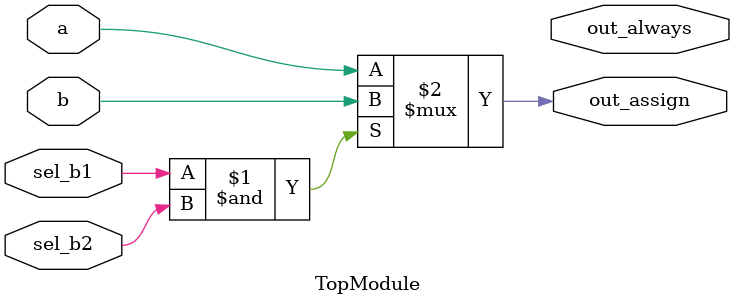
<source format=sv>

module TopModule (
  input a,
  input b,
  input sel_b1,
  input sel_b2,
  output out_assign,
  output reg out_always
);
assign out_assign = (sel_b1 & sel_b2) ? b : a;
endmodule

// VERILOG-EVAL: abnormal backticks count

</source>
